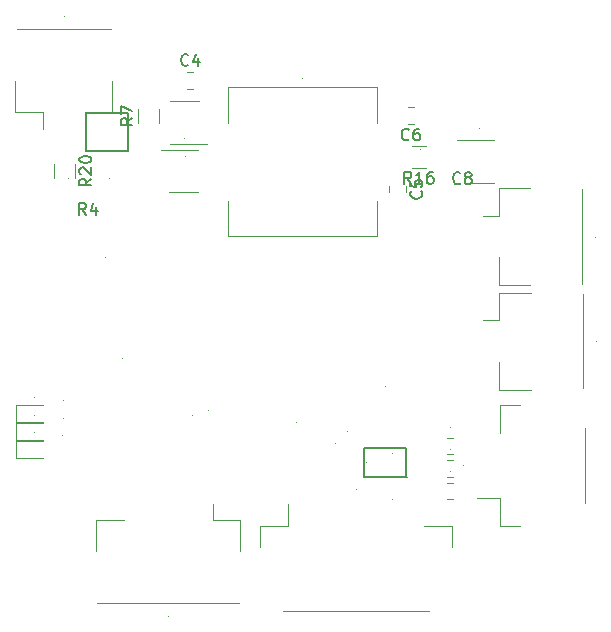
<source format=gbr>
G04 #@! TF.GenerationSoftware,KiCad,Pcbnew,5.0.1-33cea8e~68~ubuntu16.04.1*
G04 #@! TF.CreationDate,2018-12-19T15:09:20-05:00*
G04 #@! TF.ProjectId,SmallKat Battery Charger,536D616C6C4B61742042617474657279,rev?*
G04 #@! TF.SameCoordinates,Original*
G04 #@! TF.FileFunction,Legend,Top*
G04 #@! TF.FilePolarity,Positive*
%FSLAX46Y46*%
G04 Gerber Fmt 4.6, Leading zero omitted, Abs format (unit mm)*
G04 Created by KiCad (PCBNEW 5.0.1-33cea8e~68~ubuntu16.04.1) date Wed 19 Dec 2018 03:09:20 PM EST*
%MOMM*%
%LPD*%
G01*
G04 APERTURE LIST*
%ADD10C,0.150000*%
%ADD11C,0.120000*%
%ADD12C,0.100000*%
G04 APERTURE END LIST*
D10*
G04 #@! TO.C,U1*
X11000000Y-10400000D02*
X11000000Y-7400000D01*
X11000000Y-7400000D02*
X7400000Y-7400000D01*
X7400000Y-7400000D02*
X7400000Y-10600000D01*
X7400000Y-10600000D02*
X11000000Y-10600000D01*
X11000000Y-10600000D02*
X11000000Y-10400000D01*
G04 #@! TO.C,U4*
X34544397Y-38184053D02*
X30944397Y-38184053D01*
X30944397Y-38184053D02*
X30944397Y-35784053D01*
X30944397Y-35784053D02*
X34544397Y-35784053D01*
X34544397Y-35784053D02*
X34544397Y-38184053D01*
D11*
G04 #@! TO.C,J1*
X1440000Y-4660000D02*
X1440000Y-7310000D01*
X1440000Y-7310000D02*
X3790000Y-7310000D01*
X3790000Y-7310000D02*
X3790000Y-8700000D01*
X9660000Y-4660000D02*
X9660000Y-7310000D01*
X9660000Y-7310000D02*
X7310000Y-7310000D01*
X1550000Y-240000D02*
X9550000Y-240000D01*
G04 #@! TO.C,D3*
X3812500Y-33615000D02*
X1527500Y-33615000D01*
X1527500Y-33615000D02*
X1527500Y-35085000D01*
X1527500Y-35085000D02*
X3812500Y-35085000D01*
G04 #@! TO.C,D4*
X1527500Y-33585000D02*
X3812500Y-33585000D01*
X1527500Y-32115000D02*
X1527500Y-33585000D01*
X3812500Y-32115000D02*
X1527500Y-32115000D01*
G04 #@! TO.C,D5*
X3800000Y-35115000D02*
X1515000Y-35115000D01*
X1515000Y-35115000D02*
X1515000Y-36585000D01*
X1515000Y-36585000D02*
X3800000Y-36585000D01*
G04 #@! TO.C,J3*
X20510000Y-44490000D02*
X20510000Y-41840000D01*
X20510000Y-41840000D02*
X18160000Y-41840000D01*
X18160000Y-41840000D02*
X18160000Y-40450000D01*
X8290000Y-44490000D02*
X8290000Y-41840000D01*
X8290000Y-41840000D02*
X10640000Y-41840000D01*
X20400000Y-48910000D02*
X8400000Y-48910000D01*
G04 #@! TO.C,J5*
X22190000Y-44090000D02*
X22190000Y-42390000D01*
X22190000Y-42390000D02*
X24540000Y-42390000D01*
X24540000Y-42390000D02*
X24540000Y-40450000D01*
X38410000Y-44090000D02*
X38410000Y-42390000D01*
X38410000Y-42390000D02*
X36060000Y-42390000D01*
X24110000Y-49560000D02*
X36490000Y-49560000D01*
G04 #@! TO.C,J6*
X45065000Y-22590000D02*
X42415000Y-22590000D01*
X42415000Y-22590000D02*
X42415000Y-24940000D01*
X42415000Y-24940000D02*
X41025000Y-24940000D01*
X45065000Y-30810000D02*
X42415000Y-30810000D01*
X42415000Y-30810000D02*
X42415000Y-28460000D01*
X49485000Y-22700000D02*
X49485000Y-30700000D01*
G04 #@! TO.C,J7*
X49460000Y-13850000D02*
X49460000Y-21850000D01*
X42390000Y-21960000D02*
X42390000Y-19610000D01*
X45040000Y-21960000D02*
X42390000Y-21960000D01*
X42390000Y-16090000D02*
X41000000Y-16090000D01*
X42390000Y-13740000D02*
X42390000Y-16090000D01*
X45040000Y-13740000D02*
X42390000Y-13740000D01*
G04 #@! TO.C,L1*
X32050000Y-14800000D02*
X32050000Y-17800000D01*
X32050000Y-17800000D02*
X19450000Y-17800000D01*
X19450000Y-17800000D02*
X19450000Y-14800000D01*
X19450000Y-8200000D02*
X19450000Y-5200000D01*
X19450000Y-5200000D02*
X32050000Y-5200000D01*
X32050000Y-5200000D02*
X32050000Y-8200000D01*
G04 #@! TO.C,Q1*
X17700000Y-10000000D02*
X14570000Y-10000000D01*
X17030000Y-6400000D02*
X14570000Y-6400000D01*
G04 #@! TO.C,Q2*
X14470000Y-14100000D02*
X16930000Y-14100000D01*
X13800000Y-10500000D02*
X16930000Y-10500000D01*
G04 #@! TO.C,Q4*
X38840000Y-9690000D02*
X41970000Y-9690000D01*
X39510000Y-13290000D02*
X41970000Y-13290000D01*
G04 #@! TO.C,R11*
X37973319Y-40094053D02*
X38490475Y-40094053D01*
X37973319Y-38674053D02*
X38490475Y-38674053D01*
G04 #@! TO.C,R12*
X37985819Y-36774053D02*
X38502975Y-36774053D01*
X37985819Y-38194053D02*
X38502975Y-38194053D01*
G04 #@! TO.C,R17*
X37998319Y-34874053D02*
X38515475Y-34874053D01*
X37998319Y-36294053D02*
X38515475Y-36294053D01*
G04 #@! TO.C,J4*
X44190000Y-42335000D02*
X42490000Y-42335000D01*
X42490000Y-42335000D02*
X42490000Y-39985000D01*
X42490000Y-39985000D02*
X40550000Y-39985000D01*
X44190000Y-32115000D02*
X42490000Y-32115000D01*
X42490000Y-32115000D02*
X42490000Y-34465000D01*
X49660000Y-40415000D02*
X49660000Y-34035000D01*
G04 #@! TO.C,R7*
X11815000Y-8252064D02*
X11815000Y-7047936D01*
X13635000Y-8252064D02*
X13635000Y-7047936D01*
G04 #@! TO.C,R16*
X36202064Y-10190000D02*
X34997936Y-10190000D01*
X36202064Y-12010000D02*
X34997936Y-12010000D01*
G04 #@! TO.C,R20*
X6510000Y-11697936D02*
X6510000Y-12902064D01*
X4690000Y-11697936D02*
X4690000Y-12902064D01*
G04 #@! TO.C,C4*
X16003922Y-3890000D02*
X16521078Y-3890000D01*
X16003922Y-5310000D02*
X16521078Y-5310000D01*
G04 #@! TO.C,C5*
X33090000Y-13578922D02*
X33090000Y-14096078D01*
X34510000Y-13578922D02*
X34510000Y-14096078D01*
G04 #@! TO.C,C6*
X35196078Y-8310000D02*
X34678922Y-8310000D01*
X35196078Y-6890000D02*
X34678922Y-6890000D01*
G04 #@! TO.C,U1*
D12*
X9080000Y-19560000D02*
X9080000Y-19560000D01*
X9080000Y-19560000D01*
X9080000Y-19560000D01*
X9080000Y-19560000D01*
X9080000Y-19560000D01*
X9080000Y-19560000D01*
X9080000Y-19560000D01*
X9080000Y-19560000D01*
X9080000Y-19560000D01*
X9080000Y-19560000D02*
X9080000Y-19560000D01*
X9080000Y-19560000D02*
X9080000Y-19560000D01*
X9080000Y-19560000D01*
X9080000Y-19560000D01*
X9080000Y-19560000D01*
D10*
G04 #@! TO.C,U4*
D12*
X32744397Y-30484053D02*
X32744397Y-30484053D01*
X32744397Y-30484053D01*
X32744397Y-30484053D01*
X32744397Y-30484053D01*
X32744397Y-30484053D01*
X32744397Y-30484053D01*
X32744397Y-30484053D01*
X32744397Y-30484053D01*
X32744397Y-30484053D01*
X32744397Y-30484053D02*
X32744397Y-30484053D01*
X32744397Y-30484053D02*
X32744397Y-30484053D01*
X32744397Y-30484053D01*
D10*
G04 #@! TO.C,J1*
D12*
X5550000Y850000D02*
X5550000Y850000D01*
X5550000Y850000D01*
X5550000Y850000D01*
X5550000Y850000D01*
X5550000Y850000D01*
X5550000Y850000D02*
X5550000Y850000D01*
X5550000Y850000D02*
X5550000Y850000D01*
X5550000Y850000D01*
X5550000Y850000D01*
X5550000Y850000D01*
D10*
G04 #@! TO.C,J2*
D12*
X25218000Y-33554000D02*
X25218000Y-33554000D01*
X25218000Y-33554000D01*
X25218000Y-33554000D01*
X25218000Y-33554000D01*
X25218000Y-33554000D01*
X25218000Y-33554000D02*
X25218000Y-33554000D01*
X25218000Y-33554000D01*
X25218000Y-33554000D01*
X25218000Y-33554000D01*
X25218000Y-33554000D01*
X25218000Y-33554000D01*
X25218000Y-33554000D01*
X25218000Y-33554000D01*
X25218000Y-33554000D01*
X25218000Y-33554000D01*
D10*
G04 #@! TO.C,C7*
D12*
X35685000Y-10470000D02*
X35685000Y-10470000D01*
X35685000Y-10470000D01*
X35685000Y-10470000D01*
X35685000Y-10470000D01*
X35685000Y-10470000D01*
X35685000Y-10470000D01*
X35685000Y-10470000D01*
X35685000Y-10470000D01*
X35685000Y-10470000D01*
X35685000Y-10470000D01*
X35685000Y-10470000D01*
X35685000Y-10470000D01*
X35685000Y-10470000D01*
X35685000Y-10470000D01*
X35685000Y-10470000D01*
X35685000Y-10470000D02*
X35685000Y-10470000D01*
X35685000Y-10470000D01*
D10*
G04 #@! TO.C,D3*
D12*
X3012500Y-32920000D02*
X3012500Y-32920000D01*
X3012500Y-32920000D01*
X3012500Y-32920000D01*
X3012500Y-32920000D01*
X3012500Y-32920000D01*
X3012500Y-32920000D01*
X3012500Y-32920000D01*
X3012500Y-32920000D01*
X3012500Y-32920000D01*
X3012500Y-32920000D01*
X3012500Y-32920000D01*
X3012500Y-32920000D01*
X3012500Y-32920000D02*
X3012500Y-32920000D01*
X3012500Y-32920000D01*
X3012500Y-32920000D01*
X3012500Y-32920000D01*
X3012500Y-32920000D01*
X3012500Y-32920000D01*
X3012500Y-32920000D01*
X3012500Y-32920000D01*
X3012500Y-32920000D01*
X3012500Y-32920000D01*
X3012500Y-32920000D01*
X3012500Y-32920000D01*
X3012500Y-32920000D01*
D10*
G04 #@! TO.C,D4*
D12*
X3012500Y-31420000D02*
X3012500Y-31420000D01*
X3012500Y-31420000D01*
X3012500Y-31420000D01*
X3012500Y-31420000D01*
X3012500Y-31420000D01*
X3012500Y-31420000D01*
X3012500Y-31420000D01*
X3012500Y-31420000D01*
X3012500Y-31420000D01*
X3012500Y-31420000D01*
X3012500Y-31420000D01*
X3012500Y-31420000D01*
X3012500Y-31420000D02*
X3012500Y-31420000D01*
X3012500Y-31420000D02*
X3012500Y-31420000D01*
X3012500Y-31420000D01*
D10*
G04 #@! TO.C,D5*
D12*
X3000000Y-34420000D02*
X3000000Y-34420000D01*
X3000000Y-34420000D01*
X3000000Y-34420000D01*
X3000000Y-34420000D01*
X3000000Y-34420000D01*
X3000000Y-34420000D01*
X3000000Y-34420000D01*
X3000000Y-34420000D01*
X3000000Y-34420000D01*
X3000000Y-34420000D01*
X3000000Y-34420000D01*
X3000000Y-34420000D01*
X3000000Y-34420000D02*
X3000000Y-34420000D01*
X3000000Y-34420000D01*
X3000000Y-34420000D01*
X3000000Y-34420000D01*
X3000000Y-34420000D01*
X3000000Y-34420000D01*
X3000000Y-34420000D01*
X3000000Y-34420000D01*
X3000000Y-34420000D01*
X3000000Y-34420000D01*
X3000000Y-34420000D01*
X3000000Y-34420000D01*
X3000000Y-34420000D01*
X3000000Y-34420000D01*
X3000000Y-34420000D01*
D10*
G04 #@! TO.C,J3*
D12*
X14400000Y-50000000D02*
X14400000Y-50000000D01*
X14400000Y-50000000D01*
X14400000Y-50000000D01*
X14400000Y-50000000D01*
X14400000Y-50000000D01*
X14400000Y-50000000D02*
X14400000Y-50000000D01*
X14400000Y-50000000D01*
X14400000Y-50000000D01*
X14400000Y-50000000D01*
X14400000Y-50000000D01*
X14400000Y-50000000D01*
X14400000Y-50000000D01*
X14400000Y-50000000D01*
X14400000Y-50000000D01*
X14400000Y-50000000D01*
X14400000Y-50000000D01*
X14400000Y-50000000D01*
X14400000Y-50000000D01*
D10*
G04 #@! TO.C,J5*
D12*
X30300000Y-39250000D02*
X30300000Y-39250000D01*
X30300000Y-39250000D01*
X30300000Y-39250000D01*
X30300000Y-39250000D01*
X30300000Y-39250000D01*
X30300000Y-39250000D02*
X30300000Y-39250000D01*
X30300000Y-39250000D01*
X30300000Y-39250000D01*
X30300000Y-39250000D01*
X30300000Y-39250000D01*
X30300000Y-39250000D01*
X30300000Y-39250000D01*
X30300000Y-39250000D01*
X30300000Y-39250000D01*
X30300000Y-39250000D01*
X30300000Y-39250000D01*
X30300000Y-39250000D01*
X30300000Y-39250000D01*
X30300000Y-39250000D01*
X30300000Y-39250000D01*
D10*
G04 #@! TO.C,J6*
D12*
X50575000Y-26700000D02*
X50575000Y-26700000D01*
X50575000Y-26700000D01*
X50575000Y-26700000D01*
X50575000Y-26700000D01*
X50575000Y-26700000D01*
X50575000Y-26700000D02*
X50575000Y-26700000D01*
X50575000Y-26700000D01*
X50575000Y-26700000D01*
X50575000Y-26700000D01*
X50575000Y-26700000D01*
X50575000Y-26700000D01*
X50575000Y-26700000D01*
X50575000Y-26700000D01*
X50575000Y-26700000D01*
X50575000Y-26700000D01*
X50575000Y-26700000D01*
X50575000Y-26700000D01*
X50575000Y-26700000D01*
X50575000Y-26700000D01*
X50575000Y-26700000D01*
X50575000Y-26700000D01*
X50575000Y-26700000D01*
X50575000Y-26700000D01*
X50575000Y-26700000D01*
X50575000Y-26700000D01*
X50575000Y-26700000D01*
D10*
G04 #@! TO.C,J7*
D12*
X50550000Y-17850000D02*
X50550000Y-17850000D01*
X50550000Y-17850000D01*
X50550000Y-17850000D01*
X50550000Y-17850000D01*
X50550000Y-17850000D01*
X50550000Y-17850000D02*
X50550000Y-17850000D01*
X50550000Y-17850000D01*
D10*
G04 #@! TO.C,L1*
D12*
X25750000Y-4400000D02*
X25750000Y-4400000D01*
X25750000Y-4400000D01*
X25750000Y-4400000D02*
X25750000Y-4400000D01*
X25750000Y-4400000D02*
X25750000Y-4400000D01*
X25750000Y-4400000D01*
X25750000Y-4400000D01*
X25750000Y-4400000D01*
D10*
G04 #@! TO.C,Q1*
D12*
X15800000Y-11000000D02*
X15800000Y-11000000D01*
X15800000Y-11000000D01*
X15800000Y-11000000D01*
X15800000Y-11000000D01*
X15800000Y-11000000D01*
X15800000Y-11000000D02*
X15800000Y-11000000D01*
X15800000Y-11000000D01*
X15800000Y-11000000D01*
X15800000Y-11000000D01*
X15800000Y-11000000D01*
X15800000Y-11000000D01*
X15800000Y-11000000D01*
X15800000Y-11000000D01*
X15800000Y-11000000D01*
X15800000Y-11000000D01*
X15800000Y-11000000D01*
X15800000Y-11000000D01*
X15800000Y-11000000D01*
X15800000Y-11000000D01*
X15800000Y-11000000D01*
X15800000Y-11000000D01*
X15800000Y-11000000D02*
X15800000Y-11000000D01*
X15800000Y-11000000D02*
X15800000Y-11000000D01*
X15800000Y-11000000D01*
X15800000Y-11000000D01*
X15800000Y-11000000D01*
D10*
G04 #@! TO.C,Q2*
D12*
X15700000Y-9500000D02*
X15700000Y-9500000D01*
X15700000Y-9500000D01*
X15700000Y-9500000D01*
X15700000Y-9500000D01*
X15700000Y-9500000D01*
X15700000Y-9500000D02*
X15700000Y-9500000D01*
X15700000Y-9500000D01*
X15700000Y-9500000D01*
X15700000Y-9500000D01*
X15700000Y-9500000D01*
X15700000Y-9500000D01*
X15700000Y-9500000D01*
X15700000Y-9500000D01*
X15700000Y-9500000D01*
X15700000Y-9500000D01*
X15700000Y-9500000D01*
X15700000Y-9500000D01*
X15700000Y-9500000D01*
X15700000Y-9500000D01*
X15700000Y-9500000D01*
X15700000Y-9500000D01*
X15700000Y-9500000D02*
X15700000Y-9500000D01*
X15700000Y-9500000D01*
X15700000Y-9500000D01*
X15700000Y-9500000D01*
X15700000Y-9500000D01*
X15700000Y-9500000D01*
X15700000Y-9500000D01*
X15700000Y-9500000D01*
X15700000Y-9500000D01*
X15700000Y-9500000D01*
D10*
G04 #@! TO.C,Q4*
D12*
X40740000Y-8690000D02*
X40740000Y-8690000D01*
X40740000Y-8690000D01*
X40740000Y-8690000D01*
X40740000Y-8690000D01*
X40740000Y-8690000D01*
X40740000Y-8690000D02*
X40740000Y-8690000D01*
X40740000Y-8690000D01*
X40740000Y-8690000D01*
X40740000Y-8690000D01*
X40740000Y-8690000D01*
X40740000Y-8690000D01*
X40740000Y-8690000D01*
X40740000Y-8690000D01*
X40740000Y-8690000D01*
X40740000Y-8690000D01*
X40740000Y-8690000D01*
X40740000Y-8690000D01*
X40740000Y-8690000D01*
X40740000Y-8690000D01*
X40740000Y-8690000D01*
X40740000Y-8690000D01*
X40740000Y-8690000D02*
X40740000Y-8690000D01*
X40740000Y-8690000D02*
X40740000Y-8690000D01*
X40740000Y-8690000D01*
D10*
G04 #@! TO.C,R2*
D12*
X9370000Y-12915000D02*
X9370000Y-12915000D01*
X9370000Y-12915000D02*
X9370000Y-12915000D01*
X9370000Y-12915000D01*
X9370000Y-12915000D01*
X9370000Y-12915000D01*
X9370000Y-12915000D01*
X9370000Y-12915000D01*
X9370000Y-12915000D01*
X9370000Y-12915000D01*
X9370000Y-12915000D01*
X9370000Y-12915000D01*
X9370000Y-12915000D02*
X9370000Y-12915000D01*
X9370000Y-12915000D01*
X9370000Y-12915000D01*
X9370000Y-12915000D01*
X9370000Y-12915000D01*
X9370000Y-12915000D01*
X9370000Y-12915000D01*
X9370000Y-12915000D01*
X9370000Y-12915000D01*
X9370000Y-12915000D01*
D10*
G04 #@! TO.C,R3*
D12*
X5930000Y-12915000D02*
X5930000Y-12915000D01*
X5930000Y-12915000D02*
X5930000Y-12915000D01*
X5930000Y-12915000D01*
X5930000Y-12915000D01*
X5930000Y-12915000D01*
X5930000Y-12915000D01*
X5930000Y-12915000D01*
X5930000Y-12915000D01*
X5930000Y-12915000D01*
X5930000Y-12915000D01*
X5930000Y-12915000D01*
X5930000Y-12915000D02*
X5930000Y-12915000D01*
X5930000Y-12915000D01*
X5930000Y-12915000D01*
X5930000Y-12915000D01*
X5930000Y-12915000D01*
X5930000Y-12915000D01*
X5930000Y-12915000D01*
X5930000Y-12915000D01*
X5930000Y-12915000D01*
X5930000Y-12915000D01*
X5930000Y-12915000D01*
X5930000Y-12915000D01*
X5930000Y-12915000D01*
D10*
G04 #@! TO.C,R5*
D12*
X10515000Y-28130000D02*
X10515000Y-28130000D01*
X10515000Y-28130000D02*
X10515000Y-28130000D01*
X10515000Y-28130000D01*
X10515000Y-28130000D01*
X10515000Y-28130000D01*
X10515000Y-28130000D01*
X10515000Y-28130000D01*
X10515000Y-28130000D01*
X10515000Y-28130000D01*
X10515000Y-28130000D01*
X10515000Y-28130000D01*
X10515000Y-28130000D02*
X10515000Y-28130000D01*
X10515000Y-28130000D01*
X10515000Y-28130000D01*
X10515000Y-28130000D01*
X10515000Y-28130000D01*
X10515000Y-28130000D01*
X10515000Y-28130000D01*
X10515000Y-28130000D01*
X10515000Y-28130000D01*
X10515000Y-28130000D01*
X10515000Y-28130000D01*
X10515000Y-28130000D01*
X10515000Y-28130000D01*
X10515000Y-28130000D01*
X10515000Y-28130000D01*
D10*
G04 #@! TO.C,R8*
D12*
X16430000Y-32915000D02*
X16430000Y-32915000D01*
X16430000Y-32915000D02*
X16430000Y-32915000D01*
X16430000Y-32915000D01*
X16430000Y-32915000D01*
X16430000Y-32915000D01*
X16430000Y-32915000D01*
X16430000Y-32915000D01*
X16430000Y-32915000D01*
X16430000Y-32915000D01*
X16430000Y-32915000D01*
X16430000Y-32915000D01*
X16430000Y-32915000D02*
X16430000Y-32915000D01*
X16430000Y-32915000D01*
X16430000Y-32915000D01*
X16430000Y-32915000D01*
X16430000Y-32915000D01*
X16430000Y-32915000D01*
X16430000Y-32915000D01*
X16430000Y-32915000D01*
X16430000Y-32915000D01*
X16430000Y-32915000D01*
X16430000Y-32915000D01*
X16430000Y-32915000D01*
X16430000Y-32915000D01*
X16430000Y-32915000D01*
X16430000Y-32915000D01*
X16430000Y-32915000D01*
X16430000Y-32915000D01*
X16430000Y-32915000D01*
X16430000Y-32915000D01*
X16430000Y-32915000D01*
X16430000Y-32915000D01*
X16430000Y-32915000D01*
X16430000Y-32915000D01*
X16430000Y-32915000D01*
X16430000Y-32915000D01*
X16430000Y-32915000D01*
X16430000Y-32915000D01*
X16430000Y-32915000D01*
X16430000Y-32915000D01*
X16430000Y-32915000D01*
X16430000Y-32915000D01*
D10*
G04 #@! TO.C,R10*
D12*
X17770000Y-32500000D02*
X17770000Y-32500000D01*
X17770000Y-32500000D02*
X17770000Y-32500000D01*
X17770000Y-32500000D01*
X17770000Y-32500000D01*
X17770000Y-32500000D01*
X17770000Y-32500000D01*
X17770000Y-32500000D01*
X17770000Y-32500000D01*
X17770000Y-32500000D01*
X17770000Y-32500000D01*
X17770000Y-32500000D01*
X17770000Y-32500000D02*
X17770000Y-32500000D01*
X17770000Y-32500000D02*
X17770000Y-32500000D01*
X17770000Y-32500000D01*
X17770000Y-32500000D01*
X17770000Y-32500000D01*
X17770000Y-32500000D02*
X17770000Y-32500000D01*
X17770000Y-32500000D01*
X17770000Y-32500000D01*
X17770000Y-32500000D01*
X17770000Y-32500000D01*
X17770000Y-32500000D01*
X17770000Y-32500000D01*
X17770000Y-32500000D01*
X17770000Y-32500000D01*
X17770000Y-32500000D01*
X17770000Y-32500000D01*
X17770000Y-32500000D01*
X17770000Y-32500000D01*
X17770000Y-32500000D01*
X17770000Y-32500000D01*
X17770000Y-32500000D01*
X17770000Y-32500000D01*
X17770000Y-32500000D01*
X17770000Y-32500000D01*
X17770000Y-32500000D01*
D10*
G04 #@! TO.C,R25*
D12*
X5450000Y-33180000D02*
X5450000Y-33180000D01*
X5450000Y-33180000D02*
X5450000Y-33180000D01*
X5450000Y-33180000D01*
X5450000Y-33180000D01*
X5450000Y-33180000D01*
X5450000Y-33180000D01*
X5450000Y-33180000D01*
X5450000Y-33180000D01*
X5450000Y-33180000D01*
X5450000Y-33180000D01*
X5450000Y-33180000D01*
X5450000Y-33180000D02*
X5450000Y-33180000D01*
X5450000Y-33180000D01*
X5450000Y-33180000D01*
X5450000Y-33180000D01*
X5450000Y-33180000D01*
X5450000Y-33180000D01*
X5450000Y-33180000D01*
X5450000Y-33180000D01*
X5450000Y-33180000D01*
X5450000Y-33180000D01*
X5450000Y-33180000D02*
X5450000Y-33180000D01*
X5450000Y-33180000D01*
X5450000Y-33180000D01*
X5450000Y-33180000D01*
X5450000Y-33180000D01*
X5450000Y-33180000D01*
X5450000Y-33180000D01*
X5450000Y-33180000D01*
X5450000Y-33180000D01*
X5450000Y-33180000D01*
X5450000Y-33180000D01*
X5450000Y-33180000D01*
X5450000Y-33180000D01*
X5450000Y-33180000D01*
X5450000Y-33180000D01*
D10*
G04 #@! TO.C,R26*
D12*
X5450000Y-31680000D02*
X5450000Y-31680000D01*
X5450000Y-31680000D02*
X5450000Y-31680000D01*
X5450000Y-31680000D01*
X5450000Y-31680000D01*
X5450000Y-31680000D01*
X5450000Y-31680000D01*
X5450000Y-31680000D01*
X5450000Y-31680000D01*
X5450000Y-31680000D01*
X5450000Y-31680000D01*
X5450000Y-31680000D01*
X5450000Y-31680000D02*
X5450000Y-31680000D01*
X5450000Y-31680000D01*
X5450000Y-31680000D01*
X5450000Y-31680000D01*
X5450000Y-31680000D01*
X5450000Y-31680000D01*
X5450000Y-31680000D01*
X5450000Y-31680000D01*
X5450000Y-31680000D01*
X5450000Y-31680000D01*
X5450000Y-31680000D02*
X5450000Y-31680000D01*
X5450000Y-31680000D01*
X5450000Y-31680000D01*
X5450000Y-31680000D01*
X5450000Y-31680000D01*
X5450000Y-31680000D01*
X5450000Y-31680000D01*
X5450000Y-31680000D01*
X5450000Y-31680000D01*
X5450000Y-31680000D01*
X5450000Y-31680000D01*
X5450000Y-31680000D01*
X5450000Y-31680000D01*
X5450000Y-31680000D01*
X5450000Y-31680000D01*
X5450000Y-31680000D01*
X5450000Y-31680000D01*
X5450000Y-31680000D01*
X5450000Y-31680000D01*
X5450000Y-31680000D01*
X5450000Y-31680000D01*
D10*
G04 #@! TO.C,R27*
D12*
X5415000Y-34680000D02*
X5415000Y-34680000D01*
X5415000Y-34680000D02*
X5415000Y-34680000D01*
X5415000Y-34680000D01*
X5415000Y-34680000D01*
X5415000Y-34680000D01*
X5415000Y-34680000D01*
X5415000Y-34680000D01*
X5415000Y-34680000D01*
X5415000Y-34680000D01*
X5415000Y-34680000D01*
X5415000Y-34680000D01*
X5415000Y-34680000D02*
X5415000Y-34680000D01*
X5415000Y-34680000D01*
X5415000Y-34680000D01*
X5415000Y-34680000D01*
X5415000Y-34680000D01*
X5415000Y-34680000D01*
X5415000Y-34680000D01*
X5415000Y-34680000D01*
X5415000Y-34680000D01*
X5415000Y-34680000D01*
X5415000Y-34680000D02*
X5415000Y-34680000D01*
X5415000Y-34680000D01*
D10*
G04 #@! TO.C,C9*
D12*
X34624397Y-38184053D02*
X34624397Y-38184053D01*
X34624397Y-38184053D01*
X34624397Y-38184053D01*
X34624397Y-38184053D01*
X34624397Y-38184053D01*
X34624397Y-38184053D01*
X34624397Y-38184053D01*
X34624397Y-38184053D01*
X34624397Y-38184053D01*
X34624397Y-38184053D01*
X34624397Y-38184053D01*
X34624397Y-38184053D01*
X34624397Y-38184053D01*
X34624397Y-38184053D01*
X34624397Y-38184053D01*
X34624397Y-38184053D02*
X34624397Y-38184053D01*
X34624397Y-38184053D01*
X34624397Y-38184053D01*
X34624397Y-38184053D01*
X34624397Y-38184053D01*
X34624397Y-38184053D01*
X34624397Y-38184053D01*
X34624397Y-38184053D01*
X34624397Y-38184053D01*
X34624397Y-38184053D01*
X34624397Y-38184053D01*
X34624397Y-38184053D01*
X34624397Y-38184053D01*
X34624397Y-38184053D01*
X34624397Y-38184053D01*
X34624397Y-38184053D01*
X34624397Y-38184053D01*
X34624397Y-38184053D01*
X34624397Y-38184053D01*
X34624397Y-38184053D01*
X34624397Y-38184053D01*
D10*
G04 #@! TO.C,C10*
D12*
X33315000Y-40095000D02*
X33315000Y-40095000D01*
X33315000Y-40095000D01*
X33315000Y-40095000D01*
X33315000Y-40095000D01*
X33315000Y-40095000D01*
X33315000Y-40095000D01*
X33315000Y-40095000D01*
X33315000Y-40095000D01*
X33315000Y-40095000D01*
X33315000Y-40095000D01*
X33315000Y-40095000D01*
X33315000Y-40095000D01*
X33315000Y-40095000D01*
X33315000Y-40095000D01*
X33315000Y-40095000D01*
X33315000Y-40095000D02*
X33315000Y-40095000D01*
X33315000Y-40095000D02*
X33315000Y-40095000D01*
X33315000Y-40095000D01*
X33315000Y-40095000D01*
X33315000Y-40095000D01*
X33315000Y-40095000D02*
X33315000Y-40095000D01*
X33315000Y-40095000D01*
X33315000Y-40095000D01*
X33315000Y-40095000D01*
X33315000Y-40095000D01*
X33315000Y-40095000D01*
X33315000Y-40095000D01*
X33315000Y-40095000D01*
X33315000Y-40095000D01*
X33315000Y-40095000D01*
X33315000Y-40095000D01*
X33315000Y-40095000D01*
X33315000Y-40095000D01*
X33315000Y-40095000D01*
X33315000Y-40095000D01*
X33315000Y-40095000D01*
X33315000Y-40095000D01*
X33315000Y-40095000D01*
X33315000Y-40095000D01*
X33315000Y-40095000D01*
D10*
G04 #@! TO.C,C11*
D12*
X33315000Y-36195000D02*
X33315000Y-36195000D01*
X33315000Y-36195000D01*
X33315000Y-36195000D01*
X33315000Y-36195000D01*
X33315000Y-36195000D01*
X33315000Y-36195000D01*
X33315000Y-36195000D01*
X33315000Y-36195000D01*
X33315000Y-36195000D01*
X33315000Y-36195000D01*
X33315000Y-36195000D01*
X33315000Y-36195000D01*
X33315000Y-36195000D01*
X33315000Y-36195000D01*
X33315000Y-36195000D01*
X33315000Y-36195000D02*
X33315000Y-36195000D01*
X33315000Y-36195000D02*
X33315000Y-36195000D01*
X33315000Y-36195000D01*
X33315000Y-36195000D01*
X33315000Y-36195000D01*
X33315000Y-36195000D02*
X33315000Y-36195000D01*
X33315000Y-36195000D02*
X33315000Y-36195000D01*
X33315000Y-36195000D01*
X33315000Y-36195000D01*
X33315000Y-36195000D01*
D10*
G04 #@! TO.C,C12*
D12*
X31164397Y-36899053D02*
X31164397Y-36899053D01*
X31164397Y-36899053D01*
X31164397Y-36899053D01*
X31164397Y-36899053D01*
X31164397Y-36899053D01*
X31164397Y-36899053D01*
X31164397Y-36899053D01*
X31164397Y-36899053D01*
X31164397Y-36899053D01*
X31164397Y-36899053D01*
X31164397Y-36899053D01*
X31164397Y-36899053D01*
X31164397Y-36899053D01*
X31164397Y-36899053D01*
X31164397Y-36899053D01*
X31164397Y-36899053D02*
X31164397Y-36899053D01*
X31164397Y-36899053D02*
X31164397Y-36899053D01*
X31164397Y-36899053D01*
X31164397Y-36899053D01*
X31164397Y-36899053D01*
X31164397Y-36899053D02*
X31164397Y-36899053D01*
X31164397Y-36899053D01*
X31164397Y-36899053D01*
X31164397Y-36899053D01*
X31164397Y-36899053D01*
X31164397Y-36899053D01*
X31164397Y-36899053D01*
X31164397Y-36899053D01*
X31164397Y-36899053D01*
X31164397Y-36899053D01*
D10*
G04 #@! TO.C,R11*
D12*
X38231897Y-37734053D02*
X38231897Y-37734053D01*
X38231897Y-37734053D02*
X38231897Y-37734053D01*
X38231897Y-37734053D01*
X38231897Y-37734053D01*
X38231897Y-37734053D01*
X38231897Y-37734053D01*
X38231897Y-37734053D01*
X38231897Y-37734053D01*
X38231897Y-37734053D01*
X38231897Y-37734053D01*
X38231897Y-37734053D01*
X38231897Y-37734053D02*
X38231897Y-37734053D01*
X38231897Y-37734053D02*
X38231897Y-37734053D01*
X38231897Y-37734053D01*
X38231897Y-37734053D01*
X38231897Y-37734053D01*
X38231897Y-37734053D02*
X38231897Y-37734053D01*
X38231897Y-37734053D02*
X38231897Y-37734053D01*
X38231897Y-37734053D01*
X38231897Y-37734053D01*
X38231897Y-37734053D01*
D10*
G04 #@! TO.C,R12*
D12*
X38244397Y-35834053D02*
X38244397Y-35834053D01*
X38244397Y-35834053D02*
X38244397Y-35834053D01*
X38244397Y-35834053D01*
X38244397Y-35834053D01*
X38244397Y-35834053D01*
X38244397Y-35834053D01*
X38244397Y-35834053D01*
X38244397Y-35834053D01*
X38244397Y-35834053D01*
X38244397Y-35834053D01*
X38244397Y-35834053D01*
X38244397Y-35834053D02*
X38244397Y-35834053D01*
X38244397Y-35834053D02*
X38244397Y-35834053D01*
X38244397Y-35834053D01*
X38244397Y-35834053D01*
X38244397Y-35834053D01*
X38244397Y-35834053D02*
X38244397Y-35834053D01*
X38244397Y-35834053D01*
X38244397Y-35834053D01*
X38244397Y-35834053D01*
X38244397Y-35834053D01*
X38244397Y-35834053D01*
X38244397Y-35834053D01*
X38244397Y-35834053D01*
X38244397Y-35834053D01*
X38244397Y-35834053D01*
D10*
G04 #@! TO.C,R17*
D12*
X38256897Y-33934053D02*
X38256897Y-33934053D01*
X38256897Y-33934053D02*
X38256897Y-33934053D01*
X38256897Y-33934053D01*
X38256897Y-33934053D01*
X38256897Y-33934053D01*
X38256897Y-33934053D01*
X38256897Y-33934053D01*
X38256897Y-33934053D01*
X38256897Y-33934053D01*
X38256897Y-33934053D01*
X38256897Y-33934053D01*
X38256897Y-33934053D02*
X38256897Y-33934053D01*
X38256897Y-33934053D02*
X38256897Y-33934053D01*
X38256897Y-33934053D01*
X38256897Y-33934053D01*
X38256897Y-33934053D01*
X38256897Y-33934053D02*
X38256897Y-33934053D01*
X38256897Y-33934053D01*
D10*
G04 #@! TO.C,R18*
D12*
X28485000Y-35355000D02*
X28485000Y-35355000D01*
X28485000Y-35355000D02*
X28485000Y-35355000D01*
X28485000Y-35355000D01*
X28485000Y-35355000D01*
X28485000Y-35355000D01*
X28485000Y-35355000D01*
X28485000Y-35355000D01*
X28485000Y-35355000D01*
X28485000Y-35355000D01*
X28485000Y-35355000D01*
X28485000Y-35355000D01*
X28485000Y-35355000D02*
X28485000Y-35355000D01*
X28485000Y-35355000D02*
X28485000Y-35355000D01*
X28485000Y-35355000D01*
X28485000Y-35355000D01*
X28485000Y-35355000D01*
X28485000Y-35355000D02*
X28485000Y-35355000D01*
X28485000Y-35355000D01*
X28485000Y-35355000D01*
X28485000Y-35355000D01*
X28485000Y-35355000D01*
X28485000Y-35355000D01*
X28485000Y-35355000D01*
X28485000Y-35355000D01*
X28485000Y-35355000D01*
X28485000Y-35355000D01*
X28485000Y-35355000D01*
X28485000Y-35355000D01*
X28485000Y-35355000D01*
X28485000Y-35355000D01*
X28485000Y-35355000D01*
X28485000Y-35355000D01*
X28485000Y-35355000D01*
X28485000Y-35355000D01*
X28485000Y-35355000D01*
X28485000Y-35355000D01*
X28485000Y-35355000D01*
X28485000Y-35355000D01*
X28485000Y-35355000D01*
X28485000Y-35355000D01*
X28485000Y-35355000D01*
X28485000Y-35355000D01*
X28485000Y-35355000D01*
X28485000Y-35355000D01*
X28485000Y-35355000D01*
X28485000Y-35355000D01*
X28485000Y-35355000D01*
D10*
G04 #@! TO.C,R19*
D12*
X29494397Y-34314053D02*
X29494397Y-34314053D01*
X29494397Y-34314053D02*
X29494397Y-34314053D01*
X29494397Y-34314053D01*
X29494397Y-34314053D01*
X29494397Y-34314053D01*
X29494397Y-34314053D01*
X29494397Y-34314053D01*
X29494397Y-34314053D01*
X29494397Y-34314053D01*
X29494397Y-34314053D01*
X29494397Y-34314053D01*
X29494397Y-34314053D02*
X29494397Y-34314053D01*
X29494397Y-34314053D02*
X29494397Y-34314053D01*
X29494397Y-34314053D01*
X29494397Y-34314053D01*
X29494397Y-34314053D01*
X29494397Y-34314053D02*
X29494397Y-34314053D01*
X29494397Y-34314053D01*
X29494397Y-34314053D01*
X29494397Y-34314053D01*
X29494397Y-34314053D01*
X29494397Y-34314053D01*
X29494397Y-34314053D01*
X29494397Y-34314053D01*
X29494397Y-34314053D01*
X29494397Y-34314053D01*
X29494397Y-34314053D01*
X29494397Y-34314053D01*
X29494397Y-34314053D01*
X29494397Y-34314053D01*
X29494397Y-34314053D01*
X29494397Y-34314053D01*
X29494397Y-34314053D01*
X29494397Y-34314053D01*
X29494397Y-34314053D01*
X29494397Y-34314053D01*
X29494397Y-34314053D01*
D10*
G04 #@! TO.C,J4*
D12*
X39350000Y-37225000D02*
X39350000Y-37225000D01*
X39350000Y-37225000D01*
X39350000Y-37225000D01*
X39350000Y-37225000D01*
X39350000Y-37225000D01*
X39350000Y-37225000D02*
X39350000Y-37225000D01*
X39350000Y-37225000D02*
X39350000Y-37225000D01*
X39350000Y-37225000D01*
D10*
G04 #@! TO.C,R7*
X11357380Y-7816666D02*
X10881190Y-8150000D01*
X11357380Y-8388095D02*
X10357380Y-8388095D01*
X10357380Y-8007142D01*
X10405000Y-7911904D01*
X10452619Y-7864285D01*
X10547857Y-7816666D01*
X10690714Y-7816666D01*
X10785952Y-7864285D01*
X10833571Y-7911904D01*
X10881190Y-8007142D01*
X10881190Y-8388095D01*
X10357380Y-7483333D02*
X10357380Y-6816666D01*
X11357380Y-7245238D01*
G04 #@! TO.C,R16*
X34957142Y-13372380D02*
X34623809Y-12896190D01*
X34385714Y-13372380D02*
X34385714Y-12372380D01*
X34766666Y-12372380D01*
X34861904Y-12420000D01*
X34909523Y-12467619D01*
X34957142Y-12562857D01*
X34957142Y-12705714D01*
X34909523Y-12800952D01*
X34861904Y-12848571D01*
X34766666Y-12896190D01*
X34385714Y-12896190D01*
X35909523Y-13372380D02*
X35338095Y-13372380D01*
X35623809Y-13372380D02*
X35623809Y-12372380D01*
X35528571Y-12515238D01*
X35433333Y-12610476D01*
X35338095Y-12658095D01*
X36766666Y-12372380D02*
X36576190Y-12372380D01*
X36480952Y-12420000D01*
X36433333Y-12467619D01*
X36338095Y-12610476D01*
X36290476Y-12800952D01*
X36290476Y-13181904D01*
X36338095Y-13277142D01*
X36385714Y-13324761D01*
X36480952Y-13372380D01*
X36671428Y-13372380D01*
X36766666Y-13324761D01*
X36814285Y-13277142D01*
X36861904Y-13181904D01*
X36861904Y-12943809D01*
X36814285Y-12848571D01*
X36766666Y-12800952D01*
X36671428Y-12753333D01*
X36480952Y-12753333D01*
X36385714Y-12800952D01*
X36338095Y-12848571D01*
X36290476Y-12943809D01*
G04 #@! TO.C,R20*
X7872380Y-12942857D02*
X7396190Y-13276190D01*
X7872380Y-13514285D02*
X6872380Y-13514285D01*
X6872380Y-13133333D01*
X6920000Y-13038095D01*
X6967619Y-12990476D01*
X7062857Y-12942857D01*
X7205714Y-12942857D01*
X7300952Y-12990476D01*
X7348571Y-13038095D01*
X7396190Y-13133333D01*
X7396190Y-13514285D01*
X6967619Y-12561904D02*
X6920000Y-12514285D01*
X6872380Y-12419047D01*
X6872380Y-12180952D01*
X6920000Y-12085714D01*
X6967619Y-12038095D01*
X7062857Y-11990476D01*
X7158095Y-11990476D01*
X7300952Y-12038095D01*
X7872380Y-12609523D01*
X7872380Y-11990476D01*
X6872380Y-11371428D02*
X6872380Y-11276190D01*
X6920000Y-11180952D01*
X6967619Y-11133333D01*
X7062857Y-11085714D01*
X7253333Y-11038095D01*
X7491428Y-11038095D01*
X7681904Y-11085714D01*
X7777142Y-11133333D01*
X7824761Y-11180952D01*
X7872380Y-11276190D01*
X7872380Y-11371428D01*
X7824761Y-11466666D01*
X7777142Y-11514285D01*
X7681904Y-11561904D01*
X7491428Y-11609523D01*
X7253333Y-11609523D01*
X7062857Y-11561904D01*
X6967619Y-11514285D01*
X6920000Y-11466666D01*
X6872380Y-11371428D01*
G04 #@! TO.C,C8*
X39123333Y-13312142D02*
X39075714Y-13359761D01*
X38932857Y-13407380D01*
X38837619Y-13407380D01*
X38694761Y-13359761D01*
X38599523Y-13264523D01*
X38551904Y-13169285D01*
X38504285Y-12978809D01*
X38504285Y-12835952D01*
X38551904Y-12645476D01*
X38599523Y-12550238D01*
X38694761Y-12455000D01*
X38837619Y-12407380D01*
X38932857Y-12407380D01*
X39075714Y-12455000D01*
X39123333Y-12502619D01*
X39694761Y-12835952D02*
X39599523Y-12788333D01*
X39551904Y-12740714D01*
X39504285Y-12645476D01*
X39504285Y-12597857D01*
X39551904Y-12502619D01*
X39599523Y-12455000D01*
X39694761Y-12407380D01*
X39885238Y-12407380D01*
X39980476Y-12455000D01*
X40028095Y-12502619D01*
X40075714Y-12597857D01*
X40075714Y-12645476D01*
X40028095Y-12740714D01*
X39980476Y-12788333D01*
X39885238Y-12835952D01*
X39694761Y-12835952D01*
X39599523Y-12883571D01*
X39551904Y-12931190D01*
X39504285Y-13026428D01*
X39504285Y-13216904D01*
X39551904Y-13312142D01*
X39599523Y-13359761D01*
X39694761Y-13407380D01*
X39885238Y-13407380D01*
X39980476Y-13359761D01*
X40028095Y-13312142D01*
X40075714Y-13216904D01*
X40075714Y-13026428D01*
X40028095Y-12931190D01*
X39980476Y-12883571D01*
X39885238Y-12835952D01*
G04 #@! TO.C,R4*
X7433333Y-16022380D02*
X7100000Y-15546190D01*
X6861904Y-16022380D02*
X6861904Y-15022380D01*
X7242857Y-15022380D01*
X7338095Y-15070000D01*
X7385714Y-15117619D01*
X7433333Y-15212857D01*
X7433333Y-15355714D01*
X7385714Y-15450952D01*
X7338095Y-15498571D01*
X7242857Y-15546190D01*
X6861904Y-15546190D01*
X8290476Y-15355714D02*
X8290476Y-16022380D01*
X8052380Y-14974761D02*
X7814285Y-15689047D01*
X8433333Y-15689047D01*
G04 #@! TO.C,C4*
X16095833Y-3307142D02*
X16048214Y-3354761D01*
X15905357Y-3402380D01*
X15810119Y-3402380D01*
X15667261Y-3354761D01*
X15572023Y-3259523D01*
X15524404Y-3164285D01*
X15476785Y-2973809D01*
X15476785Y-2830952D01*
X15524404Y-2640476D01*
X15572023Y-2545238D01*
X15667261Y-2450000D01*
X15810119Y-2402380D01*
X15905357Y-2402380D01*
X16048214Y-2450000D01*
X16095833Y-2497619D01*
X16952976Y-2735714D02*
X16952976Y-3402380D01*
X16714880Y-2354761D02*
X16476785Y-3069047D01*
X17095833Y-3069047D01*
G04 #@! TO.C,C5*
X35807142Y-14004166D02*
X35854761Y-14051785D01*
X35902380Y-14194642D01*
X35902380Y-14289880D01*
X35854761Y-14432738D01*
X35759523Y-14527976D01*
X35664285Y-14575595D01*
X35473809Y-14623214D01*
X35330952Y-14623214D01*
X35140476Y-14575595D01*
X35045238Y-14527976D01*
X34950000Y-14432738D01*
X34902380Y-14289880D01*
X34902380Y-14194642D01*
X34950000Y-14051785D01*
X34997619Y-14004166D01*
X34902380Y-13099404D02*
X34902380Y-13575595D01*
X35378571Y-13623214D01*
X35330952Y-13575595D01*
X35283333Y-13480357D01*
X35283333Y-13242261D01*
X35330952Y-13147023D01*
X35378571Y-13099404D01*
X35473809Y-13051785D01*
X35711904Y-13051785D01*
X35807142Y-13099404D01*
X35854761Y-13147023D01*
X35902380Y-13242261D01*
X35902380Y-13480357D01*
X35854761Y-13575595D01*
X35807142Y-13623214D01*
G04 #@! TO.C,C6*
X34770833Y-9607142D02*
X34723214Y-9654761D01*
X34580357Y-9702380D01*
X34485119Y-9702380D01*
X34342261Y-9654761D01*
X34247023Y-9559523D01*
X34199404Y-9464285D01*
X34151785Y-9273809D01*
X34151785Y-9130952D01*
X34199404Y-8940476D01*
X34247023Y-8845238D01*
X34342261Y-8750000D01*
X34485119Y-8702380D01*
X34580357Y-8702380D01*
X34723214Y-8750000D01*
X34770833Y-8797619D01*
X35627976Y-8702380D02*
X35437500Y-8702380D01*
X35342261Y-8750000D01*
X35294642Y-8797619D01*
X35199404Y-8940476D01*
X35151785Y-9130952D01*
X35151785Y-9511904D01*
X35199404Y-9607142D01*
X35247023Y-9654761D01*
X35342261Y-9702380D01*
X35532738Y-9702380D01*
X35627976Y-9654761D01*
X35675595Y-9607142D01*
X35723214Y-9511904D01*
X35723214Y-9273809D01*
X35675595Y-9178571D01*
X35627976Y-9130952D01*
X35532738Y-9083333D01*
X35342261Y-9083333D01*
X35247023Y-9130952D01*
X35199404Y-9178571D01*
X35151785Y-9273809D01*
G04 #@! TD*
M02*

</source>
